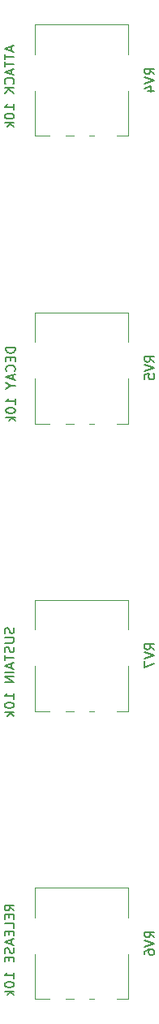
<source format=gbr>
%TF.GenerationSoftware,KiCad,Pcbnew,5.1.12-84ad8e8a86~92~ubuntu21.04.1*%
%TF.CreationDate,2021-11-06T20:56:35+01:00*%
%TF.ProjectId,control,636f6e74-726f-46c2-9e6b-696361645f70,v1.0.0*%
%TF.SameCoordinates,Original*%
%TF.FileFunction,Legend,Bot*%
%TF.FilePolarity,Positive*%
%FSLAX46Y46*%
G04 Gerber Fmt 4.6, Leading zero omitted, Abs format (unit mm)*
G04 Created by KiCad (PCBNEW 5.1.12-84ad8e8a86~92~ubuntu21.04.1) date 2021-11-06 20:56:35*
%MOMM*%
%LPD*%
G01*
G04 APERTURE LIST*
%ADD10C,0.120000*%
%ADD11C,0.150000*%
G04 APERTURE END LIST*
D10*
%TO.C,RV7*%
X95840000Y-149120000D02*
X96670000Y-149120000D01*
X98290000Y-149120000D02*
X98820000Y-149120000D01*
X101190000Y-149120000D02*
X102370000Y-149120000D01*
X92630000Y-149120000D02*
X92630000Y-144400000D01*
X102370000Y-140590000D02*
X102370000Y-137530000D01*
X102380000Y-149120000D02*
X102380000Y-144400000D01*
X92630000Y-140590000D02*
X92630000Y-137530000D01*
X92630000Y-149120000D02*
X94120000Y-149120000D01*
X92630000Y-137530000D02*
X102370000Y-137530000D01*
%TO.C,RV6*%
X95840000Y-179120000D02*
X96670000Y-179120000D01*
X98290000Y-179120000D02*
X98820000Y-179120000D01*
X101190000Y-179120000D02*
X102370000Y-179120000D01*
X92630000Y-179120000D02*
X92630000Y-174400000D01*
X102370000Y-170590000D02*
X102370000Y-167530000D01*
X102380000Y-179120000D02*
X102380000Y-174400000D01*
X92630000Y-170590000D02*
X92630000Y-167530000D01*
X92630000Y-179120000D02*
X94120000Y-179120000D01*
X92630000Y-167530000D02*
X102370000Y-167530000D01*
%TO.C,RV5*%
X95840000Y-119120000D02*
X96670000Y-119120000D01*
X98290000Y-119120000D02*
X98820000Y-119120000D01*
X101190000Y-119120000D02*
X102370000Y-119120000D01*
X92630000Y-119120000D02*
X92630000Y-114400000D01*
X102370000Y-110590000D02*
X102370000Y-107530000D01*
X102380000Y-119120000D02*
X102380000Y-114400000D01*
X92630000Y-110590000D02*
X92630000Y-107530000D01*
X92630000Y-119120000D02*
X94120000Y-119120000D01*
X92630000Y-107530000D02*
X102370000Y-107530000D01*
%TO.C,RV4*%
X95840000Y-89120000D02*
X96670000Y-89120000D01*
X98290000Y-89120000D02*
X98820000Y-89120000D01*
X101190000Y-89120000D02*
X102370000Y-89120000D01*
X92630000Y-89120000D02*
X92630000Y-84400000D01*
X102370000Y-80590000D02*
X102370000Y-77530000D01*
X102380000Y-89120000D02*
X102380000Y-84400000D01*
X92630000Y-80590000D02*
X92630000Y-77530000D01*
X92630000Y-89120000D02*
X94120000Y-89120000D01*
X92630000Y-77530000D02*
X102370000Y-77530000D01*
%TO.C,RV7*%
D11*
X105092380Y-142694761D02*
X104616190Y-142361428D01*
X105092380Y-142123333D02*
X104092380Y-142123333D01*
X104092380Y-142504285D01*
X104140000Y-142599523D01*
X104187619Y-142647142D01*
X104282857Y-142694761D01*
X104425714Y-142694761D01*
X104520952Y-142647142D01*
X104568571Y-142599523D01*
X104616190Y-142504285D01*
X104616190Y-142123333D01*
X104092380Y-142980476D02*
X105092380Y-143313809D01*
X104092380Y-143647142D01*
X104092380Y-143885238D02*
X104092380Y-144551904D01*
X105092380Y-144123333D01*
X90404761Y-140404761D02*
X90452380Y-140547619D01*
X90452380Y-140785714D01*
X90404761Y-140880952D01*
X90357142Y-140928571D01*
X90261904Y-140976190D01*
X90166666Y-140976190D01*
X90071428Y-140928571D01*
X90023809Y-140880952D01*
X89976190Y-140785714D01*
X89928571Y-140595238D01*
X89880952Y-140500000D01*
X89833333Y-140452380D01*
X89738095Y-140404761D01*
X89642857Y-140404761D01*
X89547619Y-140452380D01*
X89500000Y-140500000D01*
X89452380Y-140595238D01*
X89452380Y-140833333D01*
X89500000Y-140976190D01*
X89452380Y-141404761D02*
X90261904Y-141404761D01*
X90357142Y-141452380D01*
X90404761Y-141500000D01*
X90452380Y-141595238D01*
X90452380Y-141785714D01*
X90404761Y-141880952D01*
X90357142Y-141928571D01*
X90261904Y-141976190D01*
X89452380Y-141976190D01*
X90404761Y-142404761D02*
X90452380Y-142547619D01*
X90452380Y-142785714D01*
X90404761Y-142880952D01*
X90357142Y-142928571D01*
X90261904Y-142976190D01*
X90166666Y-142976190D01*
X90071428Y-142928571D01*
X90023809Y-142880952D01*
X89976190Y-142785714D01*
X89928571Y-142595238D01*
X89880952Y-142500000D01*
X89833333Y-142452380D01*
X89738095Y-142404761D01*
X89642857Y-142404761D01*
X89547619Y-142452380D01*
X89500000Y-142500000D01*
X89452380Y-142595238D01*
X89452380Y-142833333D01*
X89500000Y-142976190D01*
X89452380Y-143261904D02*
X89452380Y-143833333D01*
X90452380Y-143547619D02*
X89452380Y-143547619D01*
X90166666Y-144119047D02*
X90166666Y-144595238D01*
X90452380Y-144023809D02*
X89452380Y-144357142D01*
X90452380Y-144690476D01*
X90452380Y-145023809D02*
X89452380Y-145023809D01*
X90452380Y-145500000D02*
X89452380Y-145500000D01*
X90452380Y-146071428D01*
X89452380Y-146071428D01*
X90452380Y-147833333D02*
X90452380Y-147261904D01*
X90452380Y-147547619D02*
X89452380Y-147547619D01*
X89595238Y-147452380D01*
X89690476Y-147357142D01*
X89738095Y-147261904D01*
X89452380Y-148452380D02*
X89452380Y-148547619D01*
X89500000Y-148642857D01*
X89547619Y-148690476D01*
X89642857Y-148738095D01*
X89833333Y-148785714D01*
X90071428Y-148785714D01*
X90261904Y-148738095D01*
X90357142Y-148690476D01*
X90404761Y-148642857D01*
X90452380Y-148547619D01*
X90452380Y-148452380D01*
X90404761Y-148357142D01*
X90357142Y-148309523D01*
X90261904Y-148261904D01*
X90071428Y-148214285D01*
X89833333Y-148214285D01*
X89642857Y-148261904D01*
X89547619Y-148309523D01*
X89500000Y-148357142D01*
X89452380Y-148452380D01*
X90452380Y-149214285D02*
X89452380Y-149214285D01*
X90071428Y-149309523D02*
X90452380Y-149595238D01*
X89785714Y-149595238D02*
X90166666Y-149214285D01*
%TO.C,RV6*%
X105092380Y-172694761D02*
X104616190Y-172361428D01*
X105092380Y-172123333D02*
X104092380Y-172123333D01*
X104092380Y-172504285D01*
X104140000Y-172599523D01*
X104187619Y-172647142D01*
X104282857Y-172694761D01*
X104425714Y-172694761D01*
X104520952Y-172647142D01*
X104568571Y-172599523D01*
X104616190Y-172504285D01*
X104616190Y-172123333D01*
X104092380Y-172980476D02*
X105092380Y-173313809D01*
X104092380Y-173647142D01*
X104092380Y-174409047D02*
X104092380Y-174218571D01*
X104140000Y-174123333D01*
X104187619Y-174075714D01*
X104330476Y-173980476D01*
X104520952Y-173932857D01*
X104901904Y-173932857D01*
X104997142Y-173980476D01*
X105044761Y-174028095D01*
X105092380Y-174123333D01*
X105092380Y-174313809D01*
X105044761Y-174409047D01*
X104997142Y-174456666D01*
X104901904Y-174504285D01*
X104663809Y-174504285D01*
X104568571Y-174456666D01*
X104520952Y-174409047D01*
X104473333Y-174313809D01*
X104473333Y-174123333D01*
X104520952Y-174028095D01*
X104568571Y-173980476D01*
X104663809Y-173932857D01*
X90452380Y-169904761D02*
X89976190Y-169571428D01*
X90452380Y-169333333D02*
X89452380Y-169333333D01*
X89452380Y-169714285D01*
X89500000Y-169809523D01*
X89547619Y-169857142D01*
X89642857Y-169904761D01*
X89785714Y-169904761D01*
X89880952Y-169857142D01*
X89928571Y-169809523D01*
X89976190Y-169714285D01*
X89976190Y-169333333D01*
X89928571Y-170333333D02*
X89928571Y-170666666D01*
X90452380Y-170809523D02*
X90452380Y-170333333D01*
X89452380Y-170333333D01*
X89452380Y-170809523D01*
X90452380Y-171714285D02*
X90452380Y-171238095D01*
X89452380Y-171238095D01*
X89928571Y-172047619D02*
X89928571Y-172380952D01*
X90452380Y-172523809D02*
X90452380Y-172047619D01*
X89452380Y-172047619D01*
X89452380Y-172523809D01*
X90166666Y-172904761D02*
X90166666Y-173380952D01*
X90452380Y-172809523D02*
X89452380Y-173142857D01*
X90452380Y-173476190D01*
X90404761Y-173761904D02*
X90452380Y-173904761D01*
X90452380Y-174142857D01*
X90404761Y-174238095D01*
X90357142Y-174285714D01*
X90261904Y-174333333D01*
X90166666Y-174333333D01*
X90071428Y-174285714D01*
X90023809Y-174238095D01*
X89976190Y-174142857D01*
X89928571Y-173952380D01*
X89880952Y-173857142D01*
X89833333Y-173809523D01*
X89738095Y-173761904D01*
X89642857Y-173761904D01*
X89547619Y-173809523D01*
X89500000Y-173857142D01*
X89452380Y-173952380D01*
X89452380Y-174190476D01*
X89500000Y-174333333D01*
X89928571Y-174761904D02*
X89928571Y-175095238D01*
X90452380Y-175238095D02*
X90452380Y-174761904D01*
X89452380Y-174761904D01*
X89452380Y-175238095D01*
X90452380Y-176952380D02*
X90452380Y-176380952D01*
X90452380Y-176666666D02*
X89452380Y-176666666D01*
X89595238Y-176571428D01*
X89690476Y-176476190D01*
X89738095Y-176380952D01*
X89452380Y-177571428D02*
X89452380Y-177666666D01*
X89500000Y-177761904D01*
X89547619Y-177809523D01*
X89642857Y-177857142D01*
X89833333Y-177904761D01*
X90071428Y-177904761D01*
X90261904Y-177857142D01*
X90357142Y-177809523D01*
X90404761Y-177761904D01*
X90452380Y-177666666D01*
X90452380Y-177571428D01*
X90404761Y-177476190D01*
X90357142Y-177428571D01*
X90261904Y-177380952D01*
X90071428Y-177333333D01*
X89833333Y-177333333D01*
X89642857Y-177380952D01*
X89547619Y-177428571D01*
X89500000Y-177476190D01*
X89452380Y-177571428D01*
X90452380Y-178333333D02*
X89452380Y-178333333D01*
X90071428Y-178428571D02*
X90452380Y-178714285D01*
X89785714Y-178714285D02*
X90166666Y-178333333D01*
%TO.C,RV5*%
X105092380Y-112694761D02*
X104616190Y-112361428D01*
X105092380Y-112123333D02*
X104092380Y-112123333D01*
X104092380Y-112504285D01*
X104140000Y-112599523D01*
X104187619Y-112647142D01*
X104282857Y-112694761D01*
X104425714Y-112694761D01*
X104520952Y-112647142D01*
X104568571Y-112599523D01*
X104616190Y-112504285D01*
X104616190Y-112123333D01*
X104092380Y-112980476D02*
X105092380Y-113313809D01*
X104092380Y-113647142D01*
X104092380Y-114456666D02*
X104092380Y-113980476D01*
X104568571Y-113932857D01*
X104520952Y-113980476D01*
X104473333Y-114075714D01*
X104473333Y-114313809D01*
X104520952Y-114409047D01*
X104568571Y-114456666D01*
X104663809Y-114504285D01*
X104901904Y-114504285D01*
X104997142Y-114456666D01*
X105044761Y-114409047D01*
X105092380Y-114313809D01*
X105092380Y-114075714D01*
X105044761Y-113980476D01*
X104997142Y-113932857D01*
X90592380Y-111190476D02*
X89592380Y-111190476D01*
X89592380Y-111428571D01*
X89640000Y-111571428D01*
X89735238Y-111666666D01*
X89830476Y-111714285D01*
X90020952Y-111761904D01*
X90163809Y-111761904D01*
X90354285Y-111714285D01*
X90449523Y-111666666D01*
X90544761Y-111571428D01*
X90592380Y-111428571D01*
X90592380Y-111190476D01*
X90068571Y-112190476D02*
X90068571Y-112523809D01*
X90592380Y-112666666D02*
X90592380Y-112190476D01*
X89592380Y-112190476D01*
X89592380Y-112666666D01*
X90497142Y-113666666D02*
X90544761Y-113619047D01*
X90592380Y-113476190D01*
X90592380Y-113380952D01*
X90544761Y-113238095D01*
X90449523Y-113142857D01*
X90354285Y-113095238D01*
X90163809Y-113047619D01*
X90020952Y-113047619D01*
X89830476Y-113095238D01*
X89735238Y-113142857D01*
X89640000Y-113238095D01*
X89592380Y-113380952D01*
X89592380Y-113476190D01*
X89640000Y-113619047D01*
X89687619Y-113666666D01*
X90306666Y-114047619D02*
X90306666Y-114523809D01*
X90592380Y-113952380D02*
X89592380Y-114285714D01*
X90592380Y-114619047D01*
X90116190Y-115142857D02*
X90592380Y-115142857D01*
X89592380Y-114809523D02*
X90116190Y-115142857D01*
X89592380Y-115476190D01*
X90592380Y-117095238D02*
X90592380Y-116523809D01*
X90592380Y-116809523D02*
X89592380Y-116809523D01*
X89735238Y-116714285D01*
X89830476Y-116619047D01*
X89878095Y-116523809D01*
X89592380Y-117714285D02*
X89592380Y-117809523D01*
X89640000Y-117904761D01*
X89687619Y-117952380D01*
X89782857Y-118000000D01*
X89973333Y-118047619D01*
X90211428Y-118047619D01*
X90401904Y-118000000D01*
X90497142Y-117952380D01*
X90544761Y-117904761D01*
X90592380Y-117809523D01*
X90592380Y-117714285D01*
X90544761Y-117619047D01*
X90497142Y-117571428D01*
X90401904Y-117523809D01*
X90211428Y-117476190D01*
X89973333Y-117476190D01*
X89782857Y-117523809D01*
X89687619Y-117571428D01*
X89640000Y-117619047D01*
X89592380Y-117714285D01*
X90592380Y-118476190D02*
X89592380Y-118476190D01*
X90211428Y-118571428D02*
X90592380Y-118857142D01*
X89925714Y-118857142D02*
X90306666Y-118476190D01*
%TO.C,RV4*%
X105092380Y-82694761D02*
X104616190Y-82361428D01*
X105092380Y-82123333D02*
X104092380Y-82123333D01*
X104092380Y-82504285D01*
X104140000Y-82599523D01*
X104187619Y-82647142D01*
X104282857Y-82694761D01*
X104425714Y-82694761D01*
X104520952Y-82647142D01*
X104568571Y-82599523D01*
X104616190Y-82504285D01*
X104616190Y-82123333D01*
X104092380Y-82980476D02*
X105092380Y-83313809D01*
X104092380Y-83647142D01*
X104425714Y-84409047D02*
X105092380Y-84409047D01*
X104044761Y-84170952D02*
X104759047Y-83932857D01*
X104759047Y-84551904D01*
X90166666Y-79833333D02*
X90166666Y-80309523D01*
X90452380Y-79738095D02*
X89452380Y-80071428D01*
X90452380Y-80404761D01*
X89452380Y-80595238D02*
X89452380Y-81166666D01*
X90452380Y-80880952D02*
X89452380Y-80880952D01*
X89452380Y-81357142D02*
X89452380Y-81928571D01*
X90452380Y-81642857D02*
X89452380Y-81642857D01*
X90166666Y-82214285D02*
X90166666Y-82690476D01*
X90452380Y-82119047D02*
X89452380Y-82452380D01*
X90452380Y-82785714D01*
X90357142Y-83690476D02*
X90404761Y-83642857D01*
X90452380Y-83500000D01*
X90452380Y-83404761D01*
X90404761Y-83261904D01*
X90309523Y-83166666D01*
X90214285Y-83119047D01*
X90023809Y-83071428D01*
X89880952Y-83071428D01*
X89690476Y-83119047D01*
X89595238Y-83166666D01*
X89500000Y-83261904D01*
X89452380Y-83404761D01*
X89452380Y-83500000D01*
X89500000Y-83642857D01*
X89547619Y-83690476D01*
X90452380Y-84119047D02*
X89452380Y-84119047D01*
X90452380Y-84690476D02*
X89880952Y-84261904D01*
X89452380Y-84690476D02*
X90023809Y-84119047D01*
X90452380Y-86404761D02*
X90452380Y-85833333D01*
X90452380Y-86119047D02*
X89452380Y-86119047D01*
X89595238Y-86023809D01*
X89690476Y-85928571D01*
X89738095Y-85833333D01*
X89452380Y-87023809D02*
X89452380Y-87119047D01*
X89500000Y-87214285D01*
X89547619Y-87261904D01*
X89642857Y-87309523D01*
X89833333Y-87357142D01*
X90071428Y-87357142D01*
X90261904Y-87309523D01*
X90357142Y-87261904D01*
X90404761Y-87214285D01*
X90452380Y-87119047D01*
X90452380Y-87023809D01*
X90404761Y-86928571D01*
X90357142Y-86880952D01*
X90261904Y-86833333D01*
X90071428Y-86785714D01*
X89833333Y-86785714D01*
X89642857Y-86833333D01*
X89547619Y-86880952D01*
X89500000Y-86928571D01*
X89452380Y-87023809D01*
X90452380Y-87785714D02*
X89452380Y-87785714D01*
X90071428Y-87880952D02*
X90452380Y-88166666D01*
X89785714Y-88166666D02*
X90166666Y-87785714D01*
%TD*%
M02*

</source>
